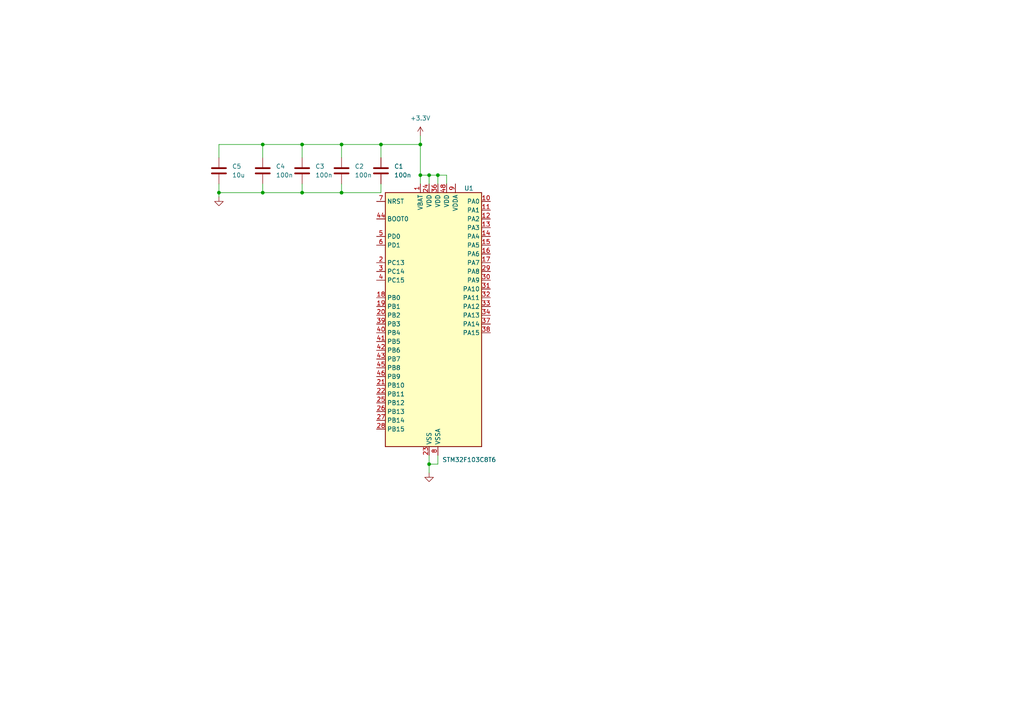
<source format=kicad_sch>
(kicad_sch (version 20230121) (generator eeschema)
  (paper "A4")
  (lib_symbols
    (symbol "Device:C" (pin_numbers hide) (pin_names (offset 0.254))
      (property "Reference" "C" (at 0.635 2.54 0))
      (property "Value" "C" (at 0.635 -2.54 0))
      (symbol "C_0_1"
        (polyline (pts (xy -2.032 -0.762) (xy 2.032 -0.762)) (stroke (width 0.508)))
        (polyline (pts (xy -2.032 0.762) (xy 2.032 0.762)) (stroke (width 0.508)))
      )
      (symbol "C_1_1"
        (pin passive line (at 0 3.81 270) (length 2.794) (name "~") (number "1"))
        (pin passive line (at 0 -3.81 90) (length 2.794) (name "~") (number "2"))
      )
    )
    (symbol "MCU_ST_STM32F1:STM32F103C8Tx"
      (property "Reference" "U" (at -12.7 39.37 0))
      (property "Value" "STM32F103C8Tx" (at 10.16 39.37 0))
      (symbol "STM32F103C8Tx_0_1"
        (rectangle (start -12.7 -35.56) (end 15.24 38.1) (stroke (width 0.254)) (fill (type background)))
      )
      (symbol "STM32F103C8Tx_1_1"
        (pin power_in line (at -2.54 40.64 270) (length 2.54) (name "VBAT") (number "1"))
        (pin bidirectional line (at 17.78 35.56 180) (length 2.54) (name "PA0") (number "10"))
        (pin bidirectional line (at 17.78 33.02 180) (length 2.54) (name "PA1") (number "11"))
        (pin bidirectional line (at 17.78 30.48 180) (length 2.54) (name "PA2") (number "12"))
        (pin bidirectional line (at 17.78 27.94 180) (length 2.54) (name "PA3") (number "13"))
        (pin bidirectional line (at 17.78 25.4 180) (length 2.54) (name "PA4") (number "14"))
        (pin bidirectional line (at 17.78 22.86 180) (length 2.54) (name "PA5") (number "15"))
        (pin bidirectional line (at 17.78 20.32 180) (length 2.54) (name "PA6") (number "16"))
        (pin bidirectional line (at 17.78 17.78 180) (length 2.54) (name "PA7") (number "17"))
        (pin bidirectional line (at -15.24 7.62 0) (length 2.54) (name "PB0") (number "18"))
        (pin bidirectional line (at -15.24 5.08 0) (length 2.54) (name "PB1") (number "19"))
        (pin bidirectional line (at -15.24 17.78 0) (length 2.54) (name "PC13") (number "2"))
        (pin bidirectional line (at -15.24 2.54 0) (length 2.54) (name "PB2") (number "20"))
        (pin bidirectional line (at -15.24 -17.78 0) (length 2.54) (name "PB10") (number "21"))
        (pin bidirectional line (at -15.24 -20.32 0) (length 2.54) (name "PB11") (number "22"))
        (pin power_in line (at 0 -38.1 90) (length 2.54) (name "VSS") (number "23"))
        (pin power_in line (at 0 40.64 270) (length 2.54) (name "VDD") (number "24"))
        (pin bidirectional line (at -15.24 -22.86 0) (length 2.54) (name "PB12") (number "25"))
        (pin bidirectional line (at -15.24 -25.4 0) (length 2.54) (name "PB13") (number "26"))
        (pin bidirectional line (at -15.24 -27.94 0) (length 2.54) (name "PB14") (number "27"))
        (pin bidirectional line (at -15.24 -30.48 0) (length 2.54) (name "PB15") (number "28"))
        (pin bidirectional line (at 17.78 15.24 180) (length 2.54) (name "PA8") (number "29"))
        (pin bidirectional line (at -15.24 15.24 0) (length 2.54) (name "PC14") (number "3"))
        (pin bidirectional line (at 17.78 12.7 180) (length 2.54) (name "PA9") (number "30"))
        (pin bidirectional line (at 17.78 10.16 180) (length 2.54) (name "PA10") (number "31"))
        (pin bidirectional line (at 17.78 7.62 180) (length 2.54) (name "PA11") (number "32"))
        (pin bidirectional line (at 17.78 5.08 180) (length 2.54) (name "PA12") (number "33"))
        (pin bidirectional line (at 17.78 2.54 180) (length 2.54) (name "PA13") (number "34"))
        (pin passive line (at 0 -38.1 90) (length 2.54) hide (name "VSS") (number "35"))
        (pin power_in line (at 2.54 40.64 270) (length 2.54) (name "VDD") (number "36"))
        (pin bidirectional line (at 17.78 0 180) (length 2.54) (name "PA14") (number "37"))
        (pin bidirectional line (at 17.78 -2.54 180) (length 2.54) (name "PA15") (number "38"))
        (pin bidirectional line (at -15.24 0 0) (length 2.54) (name "PB3") (number "39"))
        (pin bidirectional line (at -15.24 12.7 0) (length 2.54) (name "PC15") (number "4"))
        (pin bidirectional line (at -15.24 -2.54 0) (length 2.54) (name "PB4") (number "40"))
        (pin bidirectional line (at -15.24 -5.08 0) (length 2.54) (name "PB5") (number "41"))
        (pin bidirectional line (at -15.24 -7.62 0) (length 2.54) (name "PB6") (number "42"))
        (pin bidirectional line (at -15.24 -10.16 0) (length 2.54) (name "PB7") (number "43"))
        (pin input line (at -15.24 30.48 0) (length 2.54) (name "BOOT0") (number "44"))
        (pin bidirectional line (at -15.24 -12.7 0) (length 2.54) (name "PB8") (number "45"))
        (pin bidirectional line (at -15.24 -15.24 0) (length 2.54) (name "PB9") (number "46"))
        (pin passive line (at 0 -38.1 90) (length 2.54) hide (name "VSS") (number "47"))
        (pin power_in line (at 5.08 40.64 270) (length 2.54) (name "VDD") (number "48"))
        (pin bidirectional line (at -15.24 25.4 0) (length 2.54) (name "PD0") (number "5"))
        (pin bidirectional line (at -15.24 22.86 0) (length 2.54) (name "PD1") (number "6"))
        (pin input line (at -15.24 35.56 0) (length 2.54) (name "NRST") (number "7"))
        (pin power_in line (at 2.54 -38.1 90) (length 2.54) (name "VSSA") (number "8"))
        (pin power_in line (at 7.62 40.64 270) (length 2.54) (name "VDDA") (number "9"))
      )
    )
    (symbol "power:+3.3V" (power) (pin_names (offset 0))
      (property "Value" "+3.3V" (at 0 3.556 0))
      (symbol "+3.3V_0_1"
        (polyline (pts (xy -0.762 1.27) (xy 0 2.54)))
        (polyline (pts (xy 0 0) (xy 0 2.54)))
        (polyline (pts (xy 0 2.54) (xy 0.762 1.27)))
      )
      (symbol "+3.3V_1_1"
        (pin power_in line (at 0 0 90) (length 0) hide (name "+3.3V") (number "1"))
      )
    )
    (symbol "power:GND" (power) (pin_names (offset 0))
      (property "Value" "GND" (at 0 -3.81 0))
      (symbol "GND_0_1"
        (polyline (pts (xy 0 0) (xy 0 -1.27) (xy 1.27 -1.27) (xy 0 -2.54) (xy -1.27 -1.27) (xy 0 -1.27)))
      )
      (symbol "GND_1_1"
        (pin power_in line (at 0 0 270) (length 0) hide (name "GND") (number "1"))
      )
    )
  )
  (junction (at 99.06 55.88))
  (junction (at 124.46 134.62))
  (junction (at 121.92 41.91))
  (junction (at 87.63 55.88))
  (junction (at 121.92 50.8))
  (junction (at 76.2 55.88))
  (junction (at 63.5 55.88))
  (junction (at 99.06 41.91))
  (junction (at 127 50.8))
  (junction (at 110.49 41.91))
  (junction (at 87.63 41.91))
  (junction (at 76.2 41.91))
  (junction (at 124.46 50.8))
  (wire (pts (xy 121.92 41.91) (xy 121.92 50.8)))
  (wire (pts (xy 76.2 53.34) (xy 76.2 55.88)))
  (wire (pts (xy 63.5 45.72) (xy 63.5 41.91)))
  (wire (pts (xy 63.5 55.88) (xy 63.5 57.15)))
  (wire (pts (xy 124.46 134.62) (xy 124.46 137.16)))
  (wire (pts (xy 129.54 50.8) (xy 127 50.8)))
  (wire (pts (xy 110.49 41.91) (xy 110.49 45.72)))
  (wire (pts (xy 127 50.8) (xy 124.46 50.8)))
  (wire (pts (xy 99.06 41.91) (xy 110.49 41.91)))
  (wire (pts (xy 129.54 53.34) (xy 129.54 50.8)))
  (wire (pts (xy 110.49 53.34) (xy 110.49 55.88)))
  (wire (pts (xy 121.92 41.91) (xy 121.92 39.37)))
  (wire (pts (xy 76.2 45.72) (xy 76.2 41.91)))
  (wire (pts (xy 63.5 55.88) (xy 76.2 55.88)))
  (wire (pts (xy 127 132.08) (xy 127 134.62)))
  (wire (pts (xy 110.49 55.88) (xy 99.06 55.88)))
  (wire (pts (xy 121.92 50.8) (xy 121.92 53.34)))
  (wire (pts (xy 76.2 41.91) (xy 87.63 41.91)))
  (wire (pts (xy 99.06 55.88) (xy 87.63 55.88)))
  (wire (pts (xy 63.5 53.34) (xy 63.5 55.88)))
  (wire (pts (xy 124.46 50.8) (xy 121.92 50.8)))
  (wire (pts (xy 99.06 45.72) (xy 99.06 41.91)))
  (wire (pts (xy 99.06 53.34) (xy 99.06 55.88)))
  (wire (pts (xy 127 50.8) (xy 127 53.34)))
  (wire (pts (xy 124.46 50.8) (xy 124.46 53.34)))
  (wire (pts (xy 127 134.62) (xy 124.46 134.62)))
  (wire (pts (xy 63.5 41.91) (xy 76.2 41.91)))
  (wire (pts (xy 87.63 53.34) (xy 87.63 55.88)))
  (wire (pts (xy 87.63 45.72) (xy 87.63 41.91)))
  (wire (pts (xy 110.49 41.91) (xy 121.92 41.91)))
  (wire (pts (xy 87.63 55.88) (xy 76.2 55.88)))
  (wire (pts (xy 124.46 132.08) (xy 124.46 134.62)))
  (wire (pts (xy 87.63 41.91) (xy 99.06 41.91)))
  (symbol (lib_id "Device:C") (at 63.5 49.53 0) (unit 1)
    (property "Reference" "C5" (at 67.31 48.26 0) (effects (justify left)))
    (property "Value" "10u" (at 67.31 50.8 0) (effects (justify left)))
  )
  (symbol (lib_id "Device:C") (at 87.63 49.53 0) (unit 1)
    (property "Reference" "C3" (at 91.44 48.26 0) (effects (justify left)))
    (property "Value" "100n" (at 91.44 50.8 0) (effects (justify left)))
  )
  (symbol (lib_id "Device:C") (at 110.49 49.53 0) (unit 1)
    (property "Reference" "C1" (at 114.3 48.26 0) (effects (justify left)))
    (property "Value" "100n" (at 114.3 50.8 0) (effects (justify left)))
  )
  (symbol (lib_id "Device:C") (at 76.2 49.53 0) (unit 1)
    (property "Reference" "C4" (at 80.01 48.26 0) (effects (justify left)))
    (property "Value" "100n" (at 80.01 50.8 0) (effects (justify left)))
  )
  (symbol (lib_id "power:GND") (at 124.46 137.16 0) (unit 1)
    (property "Reference" "#PWR01" (effects hide))
    (property "Value" "GND" (effects hide))
  )
  (symbol (lib_id "MCU_ST_STM32F1:STM32F103C8Tx") (at 124.46 93.98 0) (unit 1)
    (property "Reference" "U1" (at 134.62 54.61 0) (effects (justify left)))
    (property "Value" "STM32F103C8T6" (at 128.27 133.35 0) (effects (justify left)))
    (property "Footprint" "Package_QFP:LQFP-48_7x7mm_P0.5mm" (effects hide))
    (property "Datasheet" "https://www.st.com/resource/en/datasheet/stm32f103c8.pdf" (effects hide))
  )
  (symbol (lib_id "Device:C") (at 99.06 49.53 0) (unit 1)
    (property "Reference" "C2" (at 102.87 48.26 0) (effects (justify left)))
    (property "Value" "100n" (at 102.87 50.8 0) (effects (justify left)))
  )
  (symbol (lib_id "power:+3.3V") (at 121.92 39.37 0) (unit 1)
    (property "Reference" "#PWR02" (effects hide))
    (property "Value" "+3.3V" (at 121.92 34.29 0))
  )
  (symbol (lib_id "power:GND") (at 63.5 57.15 0) (unit 1)
    (property "Reference" "#PWR03" (effects hide))
    (property "Value" "GND" (effects hide))
  )
)
</source>
